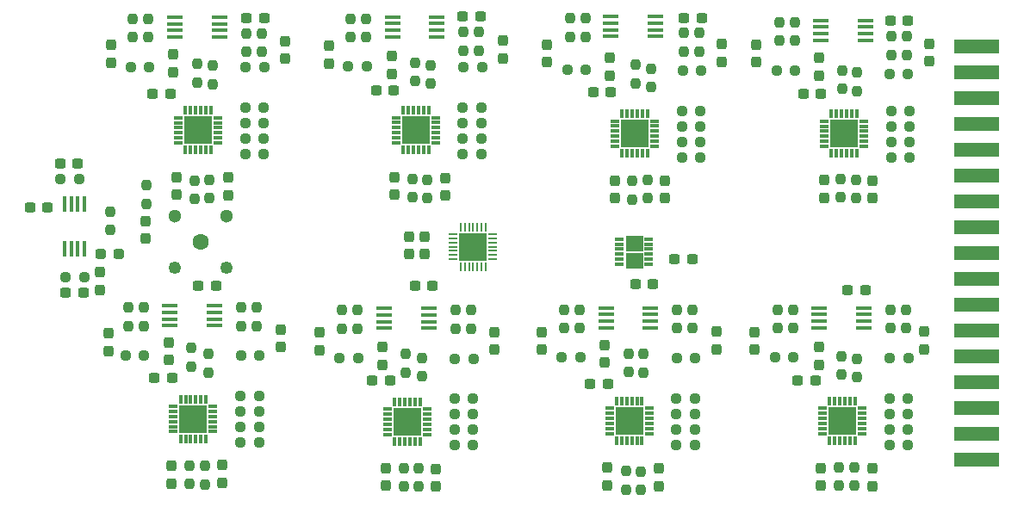
<source format=gbr>
%TF.GenerationSoftware,KiCad,Pcbnew,8.0.7*%
%TF.CreationDate,2025-02-17T23:40:53+01:00*%
%TF.ProjectId,A5256,41353235-362e-46b6-9963-61645f706362,rev?*%
%TF.SameCoordinates,Original*%
%TF.FileFunction,Paste,Top*%
%TF.FilePolarity,Positive*%
%FSLAX46Y46*%
G04 Gerber Fmt 4.6, Leading zero omitted, Abs format (unit mm)*
G04 Created by KiCad (PCBNEW 8.0.7) date 2025-02-17 23:40:53*
%MOMM*%
%LPD*%
G01*
G04 APERTURE LIST*
G04 Aperture macros list*
%AMRoundRect*
0 Rectangle with rounded corners*
0 $1 Rounding radius*
0 $2 $3 $4 $5 $6 $7 $8 $9 X,Y pos of 4 corners*
0 Add a 4 corners polygon primitive as box body*
4,1,4,$2,$3,$4,$5,$6,$7,$8,$9,$2,$3,0*
0 Add four circle primitives for the rounded corners*
1,1,$1+$1,$2,$3*
1,1,$1+$1,$4,$5*
1,1,$1+$1,$6,$7*
1,1,$1+$1,$8,$9*
0 Add four rect primitives between the rounded corners*
20,1,$1+$1,$2,$3,$4,$5,0*
20,1,$1+$1,$4,$5,$6,$7,0*
20,1,$1+$1,$6,$7,$8,$9,0*
20,1,$1+$1,$8,$9,$2,$3,0*%
G04 Aperture macros list end*
%ADD10C,0.025400*%
%ADD11RoundRect,0.237500X-0.250000X-0.237500X0.250000X-0.237500X0.250000X0.237500X-0.250000X0.237500X0*%
%ADD12RoundRect,0.237500X-0.237500X0.300000X-0.237500X-0.300000X0.237500X-0.300000X0.237500X0.300000X0*%
%ADD13RoundRect,0.237500X0.300000X0.237500X-0.300000X0.237500X-0.300000X-0.237500X0.300000X-0.237500X0*%
%ADD14RoundRect,0.237500X-0.237500X0.250000X-0.237500X-0.250000X0.237500X-0.250000X0.237500X0.250000X0*%
%ADD15RoundRect,0.237500X0.237500X-0.250000X0.237500X0.250000X-0.237500X0.250000X-0.237500X-0.250000X0*%
%ADD16RoundRect,0.237500X-0.300000X-0.237500X0.300000X-0.237500X0.300000X0.237500X-0.300000X0.237500X0*%
%ADD17RoundRect,0.237500X-0.287500X-0.237500X0.287500X-0.237500X0.287500X0.237500X-0.287500X0.237500X0*%
%ADD18R,0.431800X1.498600*%
%ADD19R,0.300000X0.850000*%
%ADD20R,0.850000X0.300000*%
%ADD21R,2.700000X2.700000*%
%ADD22R,1.498600X0.431800*%
%ADD23R,0.850000X0.200000*%
%ADD24R,0.200000X0.850000*%
%ADD25RoundRect,0.237500X0.250000X0.237500X-0.250000X0.237500X-0.250000X-0.237500X0.250000X-0.237500X0*%
%ADD26R,0.812800X0.304800*%
%ADD27R,4.500000X1.400000*%
%ADD28C,1.250000*%
%ADD29C,1.300000*%
%ADD30C,1.600000*%
G04 APERTURE END LIST*
D10*
%TO.C,U1*%
X180255370Y-96550000D02*
X178651970Y-96550000D01*
X178651970Y-95048200D01*
X180255370Y-95048200D01*
X180255370Y-96550000D01*
G36*
X180255370Y-96550000D02*
G01*
X178651970Y-96550000D01*
X178651970Y-95048200D01*
X180255370Y-95048200D01*
X180255370Y-96550000D01*
G37*
X180255370Y-98251800D02*
X178651970Y-98251800D01*
X178651970Y-96750000D01*
X180255370Y-96750000D01*
X180255370Y-98251800D01*
G36*
X180255370Y-98251800D02*
G01*
X178651970Y-98251800D01*
X178651970Y-96750000D01*
X180255370Y-96750000D01*
X180255370Y-98251800D01*
G37*
%TD*%
D11*
%TO.C,R92*%
X140735000Y-115432500D03*
X142560000Y-115432500D03*
%TD*%
D12*
%TO.C,C23*%
X131443850Y-93622500D03*
X131443850Y-95347500D03*
%TD*%
D13*
%TO.C,C60*%
X159637500Y-99975000D03*
X157912500Y-99975000D03*
%TD*%
D14*
%TO.C,R17*%
X131468850Y-90097500D03*
X131468850Y-91922500D03*
%TD*%
D13*
%TO.C,C48*%
X133837500Y-81115500D03*
X132112500Y-81115500D03*
%TD*%
D12*
%TO.C,C29*%
X191478000Y-76301400D03*
X191478000Y-78026400D03*
%TD*%
D11*
%TO.C,R108*%
X161773700Y-115697100D03*
X163598700Y-115697100D03*
%TD*%
D14*
%TO.C,R144*%
X193528200Y-102338800D03*
X193528200Y-104163800D03*
%TD*%
D11*
%TO.C,R129*%
X172320500Y-107059400D03*
X174145500Y-107059400D03*
%TD*%
D15*
%TO.C,R133*%
X201361200Y-109007100D03*
X201361200Y-107182100D03*
%TD*%
D13*
%TO.C,C17*%
X125306350Y-100685000D03*
X123581350Y-100685000D03*
%TD*%
D16*
%TO.C,C28*%
X204637500Y-73950000D03*
X206362500Y-73950000D03*
%TD*%
D17*
%TO.C,L2*%
X127050000Y-96825000D03*
X128800000Y-96825000D03*
%TD*%
D14*
%TO.C,R77*%
X131711000Y-73742200D03*
X131711000Y-75567200D03*
%TD*%
D11*
%TO.C,R114*%
X183648900Y-107110200D03*
X185473900Y-107110200D03*
%TD*%
D15*
%TO.C,R48*%
X173160000Y-75515000D03*
X173160000Y-73690000D03*
%TD*%
D11*
%TO.C,R30*%
X204557500Y-79130000D03*
X206382500Y-79130000D03*
%TD*%
D12*
%TO.C,C52*%
X144680000Y-104297500D03*
X144680000Y-106022500D03*
%TD*%
D18*
%TO.C,U2*%
X125403850Y-91997300D03*
X124768850Y-91997300D03*
X124108450Y-91997300D03*
X123473450Y-91997300D03*
X123473450Y-96366100D03*
X124108450Y-96366100D03*
X124768850Y-96366100D03*
X125403850Y-96366100D03*
%TD*%
D11*
%TO.C,R65*%
X151339300Y-78450300D03*
X153164300Y-78450300D03*
%TD*%
D16*
%TO.C,C32*%
X184347500Y-73630000D03*
X186072500Y-73630000D03*
%TD*%
D12*
%TO.C,C70*%
X170347900Y-104558100D03*
X170347900Y-106283100D03*
%TD*%
%TO.C,C54*%
X133670000Y-105557500D03*
X133670000Y-107282500D03*
%TD*%
D11*
%TO.C,R59*%
X162615000Y-85511500D03*
X164440000Y-85511500D03*
%TD*%
%TO.C,R34*%
X184207700Y-78841100D03*
X186032700Y-78841100D03*
%TD*%
D12*
%TO.C,C18*%
X126967050Y-98681900D03*
X126967050Y-100406900D03*
%TD*%
D15*
%TO.C,R117*%
X180390000Y-108532500D03*
X180390000Y-106707500D03*
%TD*%
D11*
%TO.C,R122*%
X183596200Y-112596600D03*
X185421200Y-112596600D03*
%TD*%
D15*
%TO.C,R131*%
X206177400Y-104160000D03*
X206177400Y-102335000D03*
%TD*%
%TO.C,R18*%
X127908650Y-94525000D03*
X127908650Y-92700000D03*
%TD*%
D19*
%TO.C,U5*%
X180778700Y-83087600D03*
X180278700Y-83087600D03*
X179778700Y-83087600D03*
X179278700Y-83087600D03*
X178778700Y-83087600D03*
X178278700Y-83087600D03*
D20*
X177578700Y-83787600D03*
X177578700Y-84287600D03*
X177578700Y-84787600D03*
X177578700Y-85287600D03*
X177578700Y-85787600D03*
X177578700Y-86287600D03*
D19*
X178278700Y-86987600D03*
X178778700Y-86987600D03*
X179278700Y-86987600D03*
X179778700Y-86987600D03*
X180278700Y-86987600D03*
X180778700Y-86987600D03*
D20*
X181478700Y-86287600D03*
X181478700Y-85787600D03*
X181478700Y-85287600D03*
X181478700Y-84787600D03*
X181478700Y-84287600D03*
X181478700Y-83787600D03*
D21*
X179528700Y-85037600D03*
%TD*%
D11*
%TO.C,R22*%
X204715000Y-84330000D03*
X206540000Y-84330000D03*
%TD*%
D13*
%TO.C,C74*%
X202182500Y-100430000D03*
X200457500Y-100430000D03*
%TD*%
D19*
%TO.C,U7*%
X159238700Y-82747600D03*
X158738700Y-82747600D03*
X158238700Y-82747600D03*
X157738700Y-82747600D03*
X157238700Y-82747600D03*
X156738700Y-82747600D03*
D20*
X156038700Y-83447600D03*
X156038700Y-83947600D03*
X156038700Y-84447600D03*
X156038700Y-84947600D03*
X156038700Y-85447600D03*
X156038700Y-85947600D03*
D19*
X156738700Y-86647600D03*
X157238700Y-86647600D03*
X157738700Y-86647600D03*
X158238700Y-86647600D03*
X158738700Y-86647600D03*
X159238700Y-86647600D03*
D20*
X159938700Y-85947600D03*
X159938700Y-85447600D03*
X159938700Y-84947600D03*
X159938700Y-84447600D03*
X159938700Y-83947600D03*
X159938700Y-83447600D03*
D21*
X157988700Y-84697600D03*
%TD*%
D11*
%TO.C,R75*%
X141212500Y-85524000D03*
X143037500Y-85524000D03*
%TD*%
D14*
%TO.C,R29*%
X204770000Y-75465000D03*
X204770000Y-77290000D03*
%TD*%
D12*
%TO.C,C45*%
X145157500Y-75913000D03*
X145157500Y-77638000D03*
%TD*%
D19*
%TO.C,U17*%
X201177400Y-111356700D03*
X200677400Y-111356700D03*
X200177400Y-111356700D03*
X199677400Y-111356700D03*
X199177400Y-111356700D03*
X198677400Y-111356700D03*
D20*
X197977400Y-112056700D03*
X197977400Y-112556700D03*
X197977400Y-113056700D03*
X197977400Y-113556700D03*
X197977400Y-114056700D03*
X197977400Y-114556700D03*
D19*
X198677400Y-115256700D03*
X199177400Y-115256700D03*
X199677400Y-115256700D03*
X200177400Y-115256700D03*
X200677400Y-115256700D03*
X201177400Y-115256700D03*
D20*
X201877400Y-114556700D03*
X201877400Y-114056700D03*
X201877400Y-113556700D03*
X201877400Y-113056700D03*
X201877400Y-112556700D03*
X201877400Y-112056700D03*
D21*
X199927400Y-113306700D03*
%TD*%
D14*
%TO.C,R96*%
X129709500Y-102126700D03*
X129709500Y-103951700D03*
%TD*%
D22*
%TO.C,U6*%
X177155600Y-73534800D03*
X177155600Y-74169800D03*
X177155600Y-74830200D03*
X177155600Y-75465200D03*
X181524400Y-75465200D03*
X181524400Y-74830200D03*
X181524400Y-74169800D03*
X181524400Y-73534800D03*
%TD*%
D12*
%TO.C,C51*%
X134500000Y-89317500D03*
X134500000Y-91042500D03*
%TD*%
D11*
%TO.C,R58*%
X162615000Y-83987500D03*
X164440000Y-83987500D03*
%TD*%
%TO.C,R66*%
X141265200Y-78513600D03*
X143090200Y-78513600D03*
%TD*%
D12*
%TO.C,C38*%
X166560000Y-75900500D03*
X166560000Y-77625500D03*
%TD*%
D15*
%TO.C,R47*%
X180775000Y-91387500D03*
X180775000Y-89562500D03*
%TD*%
%TO.C,R84*%
X135910000Y-107932500D03*
X135910000Y-106107500D03*
%TD*%
%TO.C,R99*%
X163397400Y-104212500D03*
X163397400Y-102387500D03*
%TD*%
D23*
%TO.C,IC6*%
X161670000Y-94950000D03*
X161670000Y-95350000D03*
X161670000Y-95750000D03*
X161670000Y-96150000D03*
X161670000Y-96550000D03*
X161670000Y-96950000D03*
X161670000Y-97350000D03*
D24*
X162420000Y-98100000D03*
X162820000Y-98100000D03*
X163220000Y-98100000D03*
X163620000Y-98100000D03*
X164020000Y-98100000D03*
X164420000Y-98100000D03*
X164820000Y-98100000D03*
D23*
X165570000Y-97350000D03*
X165570000Y-96950000D03*
X165570000Y-96550000D03*
X165570000Y-96150000D03*
X165570000Y-95750000D03*
X165570000Y-95350000D03*
X165570000Y-94950000D03*
D24*
X164820000Y-94200000D03*
X164420000Y-94200000D03*
X164020000Y-94200000D03*
X163620000Y-94200000D03*
X163220000Y-94200000D03*
X162820000Y-94200000D03*
X162420000Y-94200000D03*
D21*
X163620000Y-96150000D03*
%TD*%
D15*
%TO.C,R83*%
X142358700Y-103947900D03*
X142358700Y-102122900D03*
%TD*%
D11*
%TO.C,R135*%
X204553700Y-111072600D03*
X206378700Y-111072600D03*
%TD*%
%TO.C,R21*%
X193440600Y-78792700D03*
X195265600Y-78792700D03*
%TD*%
D15*
%TO.C,R67*%
X142875000Y-77000000D03*
X142875000Y-75175000D03*
%TD*%
D11*
%TO.C,R76*%
X141212500Y-87048000D03*
X143037500Y-87048000D03*
%TD*%
D12*
%TO.C,C42*%
X160850000Y-89387500D03*
X160850000Y-91112500D03*
%TD*%
D14*
%TO.C,R32*%
X206300000Y-75475000D03*
X206300000Y-77300000D03*
%TD*%
D12*
%TO.C,C59*%
X165718700Y-104562100D03*
X165718700Y-106287100D03*
%TD*%
D19*
%TO.C,U9*%
X137836200Y-82760100D03*
X137336200Y-82760100D03*
X136836200Y-82760100D03*
X136336200Y-82760100D03*
X135836200Y-82760100D03*
X135336200Y-82760100D03*
D20*
X134636200Y-83460100D03*
X134636200Y-83960100D03*
X134636200Y-84460100D03*
X134636200Y-84960100D03*
X134636200Y-85460100D03*
X134636200Y-85960100D03*
D19*
X135336200Y-86660100D03*
X135836200Y-86660100D03*
X136336200Y-86660100D03*
X136836200Y-86660100D03*
X137336200Y-86660100D03*
X137836200Y-86660100D03*
D20*
X138536200Y-85960100D03*
X138536200Y-85460100D03*
X138536200Y-84960100D03*
X138536200Y-84460100D03*
X138536200Y-83960100D03*
X138536200Y-83460100D03*
D21*
X136586200Y-84710100D03*
%TD*%
D16*
%TO.C,C46*%
X141337500Y-73675000D03*
X143062500Y-73675000D03*
%TD*%
D12*
%TO.C,C58*%
X133951200Y-117720000D03*
X133951200Y-119445000D03*
%TD*%
D14*
%TO.C,R93*%
X131233500Y-102126700D03*
X131233500Y-103951700D03*
%TD*%
D15*
%TO.C,R62*%
X157640000Y-91302500D03*
X157640000Y-89477500D03*
%TD*%
D11*
%TO.C,R55*%
X162615000Y-82463500D03*
X164440000Y-82463500D03*
%TD*%
%TO.C,R139*%
X204553700Y-114120600D03*
X206378700Y-114120600D03*
%TD*%
D15*
%TO.C,R70*%
X141351000Y-77001900D03*
X141351000Y-75176900D03*
%TD*%
%TO.C,R52*%
X157910000Y-79872500D03*
X157910000Y-78047500D03*
%TD*%
D11*
%TO.C,R87*%
X140735000Y-110860500D03*
X142560000Y-110860500D03*
%TD*%
D22*
%TO.C,U14*%
X154863000Y-102235100D03*
X154863000Y-102870100D03*
X154863000Y-103530500D03*
X154863000Y-104165500D03*
X159231800Y-104165500D03*
X159231800Y-103530500D03*
X159231800Y-102870100D03*
X159231800Y-102235100D03*
%TD*%
D12*
%TO.C,C77*%
X191305400Y-104558100D03*
X191305400Y-106283100D03*
%TD*%
D11*
%TO.C,R103*%
X161773700Y-111125100D03*
X163598700Y-111125100D03*
%TD*%
%TO.C,R49*%
X172879300Y-78790300D03*
X174704300Y-78790300D03*
%TD*%
%TO.C,R39*%
X184155000Y-82803500D03*
X185980000Y-82803500D03*
%TD*%
D13*
%TO.C,C62*%
X155448700Y-109334600D03*
X153723700Y-109334600D03*
%TD*%
D14*
%TO.C,R27*%
X199775000Y-89487500D03*
X199775000Y-91312500D03*
%TD*%
D25*
%TO.C,R15*%
X125383650Y-99182500D03*
X123558650Y-99182500D03*
%TD*%
D11*
%TO.C,R119*%
X183596200Y-111072600D03*
X185421200Y-111072600D03*
%TD*%
D15*
%TO.C,R132*%
X199840000Y-108752500D03*
X199840000Y-106927500D03*
%TD*%
D22*
%TO.C,U16*%
X176685500Y-102182600D03*
X176685500Y-102817600D03*
X176685500Y-103478000D03*
X176685500Y-104113000D03*
X181054300Y-104113000D03*
X181054300Y-103478000D03*
X181054300Y-102817600D03*
X181054300Y-102182600D03*
%TD*%
%TO.C,U8*%
X155704300Y-73573500D03*
X155704300Y-74208500D03*
X155704300Y-74868900D03*
X155704300Y-75503900D03*
X160073100Y-75503900D03*
X160073100Y-74868900D03*
X160073100Y-74208500D03*
X160073100Y-73573500D03*
%TD*%
D11*
%TO.C,R98*%
X161826400Y-107162700D03*
X163651400Y-107162700D03*
%TD*%
D14*
%TO.C,R141*%
X195052200Y-102338800D03*
X195052200Y-104163800D03*
%TD*%
D11*
%TO.C,R82*%
X140787700Y-106898100D03*
X142612700Y-106898100D03*
%TD*%
%TO.C,R19*%
X204715000Y-87380000D03*
X206540000Y-87380000D03*
%TD*%
%TO.C,R71*%
X141212500Y-82476000D03*
X143037500Y-82476000D03*
%TD*%
D15*
%TO.C,R37*%
X181100000Y-80452500D03*
X181100000Y-78627500D03*
%TD*%
D11*
%TO.C,R130*%
X204606400Y-107110200D03*
X206431400Y-107110200D03*
%TD*%
D15*
%TO.C,R23*%
X195214800Y-75897100D03*
X195214800Y-74072100D03*
%TD*%
%TO.C,R51*%
X164200000Y-76887500D03*
X164200000Y-75062500D03*
%TD*%
D13*
%TO.C,C76*%
X197248700Y-109284600D03*
X195523700Y-109284600D03*
%TD*%
D12*
%TO.C,C79*%
X197831200Y-117922100D03*
X197831200Y-119647100D03*
%TD*%
D15*
%TO.C,R46*%
X179260000Y-91492500D03*
X179260000Y-89667500D03*
%TD*%
%TO.C,R35*%
X185854000Y-76933100D03*
X185854000Y-75108100D03*
%TD*%
D14*
%TO.C,R128*%
X172570700Y-102338800D03*
X172570700Y-104163800D03*
%TD*%
D15*
%TO.C,R36*%
X179599219Y-80088796D03*
X179599219Y-78263796D03*
%TD*%
%TO.C,R95*%
X137261200Y-119537100D03*
X137261200Y-117712100D03*
%TD*%
D11*
%TO.C,R107*%
X161773700Y-114173100D03*
X163598700Y-114173100D03*
%TD*%
%TO.C,R106*%
X161773700Y-112649100D03*
X163598700Y-112649100D03*
%TD*%
D13*
%TO.C,C69*%
X176842500Y-109630000D03*
X175117500Y-109630000D03*
%TD*%
D12*
%TO.C,C75*%
X197591200Y-106022100D03*
X197591200Y-107747100D03*
%TD*%
D16*
%TO.C,C39*%
X162612500Y-73525000D03*
X164337500Y-73525000D03*
%TD*%
D11*
%TO.C,R81*%
X129936800Y-78462800D03*
X131761800Y-78462800D03*
%TD*%
D15*
%TO.C,R101*%
X158588700Y-108909600D03*
X158588700Y-107084600D03*
%TD*%
D11*
%TO.C,R113*%
X150498000Y-107111900D03*
X152323000Y-107111900D03*
%TD*%
D14*
%TO.C,R64*%
X151589500Y-73729700D03*
X151589500Y-75554700D03*
%TD*%
D12*
%TO.C,C47*%
X134137500Y-77251500D03*
X134137500Y-78976500D03*
%TD*%
D15*
%TO.C,R69*%
X138060000Y-80182500D03*
X138060000Y-78357500D03*
%TD*%
D11*
%TO.C,R138*%
X204553700Y-112596600D03*
X206378700Y-112596600D03*
%TD*%
D12*
%TO.C,C80*%
X157346030Y-95177500D03*
X157346030Y-96902500D03*
%TD*%
D15*
%TO.C,R54*%
X162676000Y-76889400D03*
X162676000Y-75064400D03*
%TD*%
D26*
%TO.C,U1*%
X178005870Y-95400000D03*
X178005870Y-95900000D03*
X178005870Y-96400000D03*
X178005870Y-96900000D03*
X178005870Y-97400000D03*
X178005870Y-97900000D03*
X180901470Y-97900000D03*
X180901470Y-97400000D03*
X180901470Y-96900000D03*
X180901470Y-96400000D03*
X180901470Y-95900000D03*
X180901470Y-95400000D03*
%TD*%
D12*
%TO.C,C71*%
X181861200Y-117962100D03*
X181861200Y-119687100D03*
%TD*%
D11*
%TO.C,R123*%
X183596200Y-114120600D03*
X185421200Y-114120600D03*
%TD*%
D22*
%TO.C,U3*%
X197805600Y-73915900D03*
X197805600Y-74550900D03*
X197805600Y-75211300D03*
X197805600Y-75846300D03*
X202174400Y-75846300D03*
X202174400Y-75211300D03*
X202174400Y-74550900D03*
X202174400Y-73915900D03*
%TD*%
D12*
%TO.C,C43*%
X149450000Y-76407500D03*
X149450000Y-78132500D03*
%TD*%
D16*
%TO.C,C21*%
X123041350Y-87965000D03*
X124766350Y-87965000D03*
%TD*%
D12*
%TO.C,C31*%
X188100000Y-76240500D03*
X188100000Y-77965500D03*
%TD*%
D14*
%TO.C,R31*%
X193690800Y-74072100D03*
X193690800Y-75897100D03*
%TD*%
D12*
%TO.C,C61*%
X154698700Y-106037500D03*
X154698700Y-107762500D03*
%TD*%
%TO.C,C57*%
X127769900Y-104682900D03*
X127769900Y-106407900D03*
%TD*%
D11*
%TO.C,R124*%
X183596200Y-115644600D03*
X185421200Y-115644600D03*
%TD*%
%TO.C,R50*%
X162667700Y-78501100D03*
X164492700Y-78501100D03*
%TD*%
%TO.C,R97*%
X129459300Y-106847300D03*
X131284300Y-106847300D03*
%TD*%
D12*
%TO.C,C72*%
X176821200Y-117902100D03*
X176821200Y-119627100D03*
%TD*%
D15*
%TO.C,R127*%
X180130000Y-120082500D03*
X180130000Y-118257500D03*
%TD*%
D14*
%TO.C,R109*%
X152272200Y-102391300D03*
X152272200Y-104216300D03*
%TD*%
D12*
%TO.C,C33*%
X177080000Y-77579000D03*
X177080000Y-79304000D03*
%TD*%
D11*
%TO.C,R42*%
X184155000Y-84327500D03*
X185980000Y-84327500D03*
%TD*%
D15*
%TO.C,R85*%
X137590000Y-108542500D03*
X137590000Y-106717500D03*
%TD*%
D12*
%TO.C,C68*%
X176521200Y-105848100D03*
X176521200Y-107573100D03*
%TD*%
D13*
%TO.C,C20*%
X121767850Y-92260000D03*
X120042850Y-92260000D03*
%TD*%
%TO.C,C34*%
X177137500Y-80940500D03*
X175412500Y-80940500D03*
%TD*%
D12*
%TO.C,C73*%
X207960000Y-104517500D03*
X207960000Y-106242500D03*
%TD*%
D11*
%TO.C,R20*%
X204715000Y-85860000D03*
X206540000Y-85860000D03*
%TD*%
D15*
%TO.C,R100*%
X156980000Y-108532500D03*
X156980000Y-106707500D03*
%TD*%
D12*
%TO.C,C37*%
X177550000Y-89662500D03*
X177550000Y-91387500D03*
%TD*%
D11*
%TO.C,R90*%
X140735000Y-112384500D03*
X142560000Y-112384500D03*
%TD*%
D15*
%TO.C,R94*%
X135754700Y-119492700D03*
X135754700Y-117667700D03*
%TD*%
%TO.C,R110*%
X156800000Y-119742500D03*
X156800000Y-117917500D03*
%TD*%
D12*
%TO.C,C36*%
X170906700Y-76289000D03*
X170906700Y-78014000D03*
%TD*%
D14*
%TO.C,R38*%
X184330000Y-75110000D03*
X184330000Y-76935000D03*
%TD*%
D22*
%TO.C,U18*%
X197643000Y-102182600D03*
X197643000Y-102817600D03*
X197643000Y-103478000D03*
X197643000Y-104113000D03*
X202011800Y-104113000D03*
X202011800Y-103478000D03*
X202011800Y-102817600D03*
X202011800Y-102182600D03*
%TD*%
D12*
%TO.C,C35*%
X182500000Y-89662500D03*
X182500000Y-91387500D03*
%TD*%
%TO.C,C65*%
X155071200Y-117952100D03*
X155071200Y-119677100D03*
%TD*%
D19*
%TO.C,U13*%
X158397400Y-111409200D03*
X157897400Y-111409200D03*
X157397400Y-111409200D03*
X156897400Y-111409200D03*
X156397400Y-111409200D03*
X155897400Y-111409200D03*
D20*
X155197400Y-112109200D03*
X155197400Y-112609200D03*
X155197400Y-113109200D03*
X155197400Y-113609200D03*
X155197400Y-114109200D03*
X155197400Y-114609200D03*
D19*
X155897400Y-115309200D03*
X156397400Y-115309200D03*
X156897400Y-115309200D03*
X157397400Y-115309200D03*
X157897400Y-115309200D03*
X158397400Y-115309200D03*
D20*
X159097400Y-114609200D03*
X159097400Y-114109200D03*
X159097400Y-113609200D03*
X159097400Y-113109200D03*
X159097400Y-112609200D03*
X159097400Y-112109200D03*
D21*
X157147400Y-113359200D03*
%TD*%
D12*
%TO.C,C50*%
X139510000Y-89345500D03*
X139510000Y-91070500D03*
%TD*%
D15*
%TO.C,R78*%
X136200000Y-91472500D03*
X136200000Y-89647500D03*
%TD*%
D14*
%TO.C,R80*%
X130187000Y-73742200D03*
X130187000Y-75567200D03*
%TD*%
D11*
%TO.C,R24*%
X204715000Y-82800000D03*
X206540000Y-82800000D03*
%TD*%
D15*
%TO.C,R102*%
X161873400Y-104214400D03*
X161873400Y-102389400D03*
%TD*%
%TO.C,R86*%
X140834700Y-103949800D03*
X140834700Y-102124800D03*
%TD*%
D12*
%TO.C,C30*%
X208480000Y-76177500D03*
X208480000Y-77902500D03*
%TD*%
D15*
%TO.C,R142*%
X199611200Y-119647100D03*
X199611200Y-117822100D03*
%TD*%
D12*
%TO.C,C19*%
X158886030Y-95182500D03*
X158886030Y-96907500D03*
%TD*%
D11*
%TO.C,R60*%
X162615000Y-87035500D03*
X164440000Y-87035500D03*
%TD*%
D12*
%TO.C,C64*%
X148525400Y-104610600D03*
X148525400Y-106335600D03*
%TD*%
D15*
%TO.C,R118*%
X183695900Y-104161900D03*
X183695900Y-102336900D03*
%TD*%
%TO.C,R79*%
X137720000Y-91402500D03*
X137720000Y-89577500D03*
%TD*%
%TO.C,R134*%
X204653400Y-104161900D03*
X204653400Y-102336900D03*
%TD*%
D12*
%TO.C,C66*%
X187541200Y-104509600D03*
X187541200Y-106234600D03*
%TD*%
D14*
%TO.C,R112*%
X150748200Y-102391300D03*
X150748200Y-104216300D03*
%TD*%
D11*
%TO.C,R74*%
X141212500Y-84000000D03*
X143037500Y-84000000D03*
%TD*%
D12*
%TO.C,C49*%
X128050000Y-76307500D03*
X128050000Y-78032500D03*
%TD*%
D14*
%TO.C,R26*%
X201375000Y-79012500D03*
X201375000Y-80837500D03*
%TD*%
D13*
%TO.C,C41*%
X155812500Y-80740500D03*
X154087500Y-80740500D03*
%TD*%
D14*
%TO.C,R25*%
X201250000Y-89562500D03*
X201250000Y-91387500D03*
%TD*%
%TO.C,R45*%
X174684000Y-73690000D03*
X174684000Y-75515000D03*
%TD*%
D22*
%TO.C,U10*%
X134301800Y-73586000D03*
X134301800Y-74221000D03*
X134301800Y-74881400D03*
X134301800Y-75516400D03*
X138670600Y-75516400D03*
X138670600Y-74881400D03*
X138670600Y-74221000D03*
X138670600Y-73586000D03*
%TD*%
D12*
%TO.C,C40*%
X155590000Y-77407500D03*
X155590000Y-79132500D03*
%TD*%
D13*
%TO.C,C26*%
X197800000Y-81125000D03*
X196075000Y-81125000D03*
%TD*%
D14*
%TO.C,R28*%
X199890000Y-78827500D03*
X199890000Y-80652500D03*
%TD*%
D19*
%TO.C,U15*%
X180219900Y-111356700D03*
X179719900Y-111356700D03*
X179219900Y-111356700D03*
X178719900Y-111356700D03*
X178219900Y-111356700D03*
X177719900Y-111356700D03*
D20*
X177019900Y-112056700D03*
X177019900Y-112556700D03*
X177019900Y-113056700D03*
X177019900Y-113556700D03*
X177019900Y-114056700D03*
X177019900Y-114556700D03*
D19*
X177719900Y-115256700D03*
X178219900Y-115256700D03*
X178719900Y-115256700D03*
X179219900Y-115256700D03*
X179719900Y-115256700D03*
X180219900Y-115256700D03*
D20*
X180919900Y-114556700D03*
X180919900Y-114056700D03*
X180919900Y-113556700D03*
X180919900Y-113056700D03*
X180919900Y-112556700D03*
X180919900Y-112056700D03*
D21*
X178969900Y-113306700D03*
%TD*%
D11*
%TO.C,R91*%
X140735000Y-113908500D03*
X142560000Y-113908500D03*
%TD*%
D15*
%TO.C,R115*%
X185219900Y-104160000D03*
X185219900Y-102335000D03*
%TD*%
%TO.C,R143*%
X201091200Y-119647100D03*
X201091200Y-117822100D03*
%TD*%
D12*
%TO.C,C24*%
X197651300Y-77591400D03*
X197651300Y-79316400D03*
%TD*%
%TO.C,C27*%
X198150000Y-89612500D03*
X198150000Y-91337500D03*
%TD*%
D15*
%TO.C,R126*%
X178630000Y-120042500D03*
X178630000Y-118217500D03*
%TD*%
D11*
%TO.C,R145*%
X193278000Y-107059400D03*
X195103000Y-107059400D03*
%TD*%
D12*
%TO.C,C25*%
X202875000Y-89637500D03*
X202875000Y-91362500D03*
%TD*%
D11*
%TO.C,R44*%
X184155000Y-87375500D03*
X185980000Y-87375500D03*
%TD*%
D12*
%TO.C,C44*%
X155850000Y-89312500D03*
X155850000Y-91037500D03*
%TD*%
%TO.C,C63*%
X159931200Y-117992100D03*
X159931200Y-119717100D03*
%TD*%
D11*
%TO.C,R43*%
X184155000Y-85851500D03*
X185980000Y-85851500D03*
%TD*%
D15*
%TO.C,R53*%
X159430000Y-80142500D03*
X159430000Y-78317500D03*
%TD*%
D19*
%TO.C,U4*%
X201350000Y-83100000D03*
X200850000Y-83100000D03*
X200350000Y-83100000D03*
X199850000Y-83100000D03*
X199350000Y-83100000D03*
X198850000Y-83100000D03*
D20*
X198150000Y-83800000D03*
X198150000Y-84300000D03*
X198150000Y-84800000D03*
X198150000Y-85300000D03*
X198150000Y-85800000D03*
X198150000Y-86300000D03*
D19*
X198850000Y-87000000D03*
X199350000Y-87000000D03*
X199850000Y-87000000D03*
X200350000Y-87000000D03*
X200850000Y-87000000D03*
X201350000Y-87000000D03*
D20*
X202050000Y-86300000D03*
X202050000Y-85800000D03*
X202050000Y-85300000D03*
X202050000Y-84800000D03*
X202050000Y-84300000D03*
X202050000Y-83800000D03*
D21*
X200100000Y-85050000D03*
%TD*%
D13*
%TO.C,C55*%
X134023700Y-109034600D03*
X132298700Y-109034600D03*
%TD*%
D12*
%TO.C,C78*%
X202871200Y-117962100D03*
X202871200Y-119687100D03*
%TD*%
D16*
%TO.C,C22*%
X183421470Y-97400000D03*
X185146470Y-97400000D03*
%TD*%
D14*
%TO.C,R125*%
X174094700Y-102338800D03*
X174094700Y-104163800D03*
%TD*%
D13*
%TO.C,C53*%
X138323700Y-100034600D03*
X136598700Y-100034600D03*
%TD*%
D15*
%TO.C,R63*%
X159140000Y-91402500D03*
X159140000Y-89577500D03*
%TD*%
%TO.C,R68*%
X136490000Y-80002500D03*
X136490000Y-78177500D03*
%TD*%
D12*
%TO.C,C56*%
X138941200Y-117652100D03*
X138941200Y-119377100D03*
%TD*%
D14*
%TO.C,R61*%
X153113500Y-73729700D03*
X153113500Y-75554700D03*
%TD*%
D15*
%TO.C,R111*%
X158281200Y-119737100D03*
X158281200Y-117912100D03*
%TD*%
D22*
%TO.C,U12*%
X133824300Y-101970500D03*
X133824300Y-102605500D03*
X133824300Y-103265900D03*
X133824300Y-103900900D03*
X138193100Y-103900900D03*
X138193100Y-103265900D03*
X138193100Y-102605500D03*
X138193100Y-101970500D03*
%TD*%
D11*
%TO.C,R16*%
X123056350Y-89510000D03*
X124881350Y-89510000D03*
%TD*%
D13*
%TO.C,C67*%
X181322500Y-99870000D03*
X179597500Y-99870000D03*
%TD*%
D15*
%TO.C,R116*%
X178880000Y-108482500D03*
X178880000Y-106657500D03*
%TD*%
D11*
%TO.C,R140*%
X204553700Y-115644600D03*
X206378700Y-115644600D03*
%TD*%
D27*
%TO.C,J4*%
X213160000Y-76500000D03*
X213160000Y-79040000D03*
X213160000Y-81580000D03*
X213160000Y-84120000D03*
X213160000Y-86660000D03*
X213160000Y-89200000D03*
X213160000Y-91740000D03*
X213160000Y-94280000D03*
X213160000Y-96820000D03*
X213160000Y-99360000D03*
X213160000Y-101900000D03*
X213160000Y-104440000D03*
X213160000Y-106980000D03*
X213160000Y-109520000D03*
X213160000Y-112060000D03*
X213160000Y-114600000D03*
X213160000Y-117140000D03*
%TD*%
D28*
%TO.C,J3*%
X134270000Y-98250000D03*
X139350000Y-98250000D03*
D29*
X139350000Y-93170000D03*
X134270000Y-93170000D03*
D30*
X136810000Y-95710000D03*
%TD*%
D19*
%TO.C,U11*%
X137358700Y-111144600D03*
X136858700Y-111144600D03*
X136358700Y-111144600D03*
X135858700Y-111144600D03*
X135358700Y-111144600D03*
X134858700Y-111144600D03*
D20*
X134158700Y-111844600D03*
X134158700Y-112344600D03*
X134158700Y-112844600D03*
X134158700Y-113344600D03*
X134158700Y-113844600D03*
X134158700Y-114344600D03*
D19*
X134858700Y-115044600D03*
X135358700Y-115044600D03*
X135858700Y-115044600D03*
X136358700Y-115044600D03*
X136858700Y-115044600D03*
X137358700Y-115044600D03*
D20*
X138058700Y-114344600D03*
X138058700Y-113844600D03*
X138058700Y-113344600D03*
X138058700Y-112844600D03*
X138058700Y-112344600D03*
X138058700Y-111844600D03*
D21*
X136108700Y-113094600D03*
%TD*%
M02*

</source>
